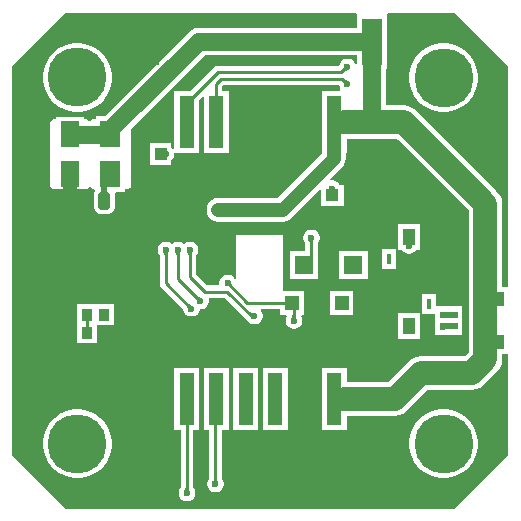
<source format=gbl>
G04*
G04 #@! TF.GenerationSoftware,Altium Limited,Altium Designer,21.9.2 (33)*
G04*
G04 Layer_Physical_Order=2*
G04 Layer_Color=16711680*
%FSLAX25Y25*%
%MOIN*%
G70*
G04*
G04 #@! TF.SameCoordinates,DDE03FFC-3592-4A1C-B560-7E07A9873239*
G04*
G04*
G04 #@! TF.FilePolarity,Positive*
G04*
G01*
G75*
%ADD16R,0.03740X0.04134*%
%ADD47C,0.01000*%
%ADD49C,0.01968*%
%ADD51C,0.01575*%
%ADD52C,0.02362*%
%ADD53C,0.03937*%
%ADD54C,0.03150*%
%ADD55C,0.19685*%
%ADD56R,0.06102X0.02362*%
%ADD57R,0.07087X0.04724*%
%ADD58R,0.06300X0.08500*%
%ADD59R,0.05118X0.17717*%
%ADD60R,0.07087X0.15354*%
%ADD61R,0.06500X0.08600*%
G04:AMPARAMS|DCode=62|XSize=59.06mil|YSize=39.37mil|CornerRadius=9.84mil|HoleSize=0mil|Usage=FLASHONLY|Rotation=90.000|XOffset=0mil|YOffset=0mil|HoleType=Round|Shape=RoundedRectangle|*
%AMROUNDEDRECTD62*
21,1,0.05906,0.01968,0,0,90.0*
21,1,0.03937,0.03937,0,0,90.0*
1,1,0.01968,0.00984,0.01968*
1,1,0.01968,0.00984,-0.01968*
1,1,0.01968,-0.00984,-0.01968*
1,1,0.01968,-0.00984,0.01968*
%
%ADD62ROUNDEDRECTD62*%
%ADD63R,0.03937X0.04331*%
%ADD64R,0.03937X0.05709*%
%ADD65R,0.01575X0.03543*%
%ADD66R,0.04331X0.03937*%
%ADD67R,0.06299X0.05906*%
%ADD68R,0.04700X0.04700*%
%ADD69R,0.07087X0.07087*%
%ADD70R,0.09055X0.09055*%
%ADD71C,0.07874*%
%ADD72C,0.05906*%
%ADD73C,0.04724*%
G36*
X32087Y82217D02*
X32087D01*
Y77531D01*
X-20535D01*
X-21717Y77376D01*
X-22819Y76919D01*
X-23765Y76194D01*
X-23765Y76194D01*
X-51883Y48075D01*
X-54825D01*
Y47306D01*
X-55300D01*
X-55914Y47183D01*
X-56435Y46835D01*
X-56615Y46567D01*
X-57185D01*
X-57265Y46685D01*
X-57785Y47033D01*
X-58400Y47156D01*
X-58775D01*
Y47925D01*
X-68225D01*
Y47156D01*
X-68600D01*
X-69214Y47033D01*
X-69735Y46685D01*
X-70083Y46165D01*
X-70206Y45550D01*
Y25450D01*
X-70083Y24836D01*
X-69735Y24315D01*
X-69214Y23967D01*
X-68600Y23844D01*
X-66850D01*
X-66236Y23967D01*
X-65715Y24315D01*
X-65367Y24836D01*
X-65244Y25450D01*
Y31744D01*
X-61756D01*
Y25450D01*
X-61633Y24836D01*
X-61285Y24315D01*
X-60764Y23967D01*
X-60150Y23844D01*
X-58400D01*
X-57785Y23967D01*
X-57265Y24315D01*
X-57200Y24411D01*
X-56599Y24410D01*
X-56435Y24165D01*
X-55914Y23817D01*
X-55487Y23732D01*
X-55275Y23357D01*
X-55260Y23318D01*
X-55246Y23194D01*
X-55477Y22637D01*
X-55565Y21969D01*
Y18032D01*
X-55477Y17364D01*
X-55219Y16741D01*
X-54809Y16207D01*
X-54274Y15797D01*
X-53652Y15539D01*
X-52984Y15451D01*
X-51015D01*
X-50347Y15539D01*
X-49725Y15797D01*
X-49190Y16207D01*
X-48780Y16741D01*
X-48522Y17364D01*
X-48434Y18032D01*
Y21969D01*
X-48494Y22425D01*
X-48155Y22925D01*
X-45175D01*
Y23694D01*
X-44700D01*
X-44085Y23817D01*
X-43565Y24165D01*
X-43217Y24686D01*
X-43094Y25300D01*
Y43947D01*
X-18644Y68398D01*
X32087D01*
Y65560D01*
X31587Y65495D01*
X31568Y65564D01*
X31205Y66192D01*
X30692Y66705D01*
X30064Y67068D01*
X29363Y67256D01*
X28637D01*
X27936Y67068D01*
X27308Y66705D01*
X26795Y66192D01*
X26432Y65564D01*
X26333Y65193D01*
X26080Y64941D01*
X-14175D01*
X-14984Y64780D01*
X-15671Y64321D01*
X-23366Y56626D01*
X-28740D01*
Y37232D01*
X-29240Y37098D01*
X-29295Y37192D01*
X-29701Y37598D01*
Y39240D01*
X-36787D01*
Y31760D01*
X-29701D01*
Y33402D01*
X-29295Y33808D01*
X-28932Y34436D01*
X-28744Y35137D01*
Y35261D01*
X-28740Y35760D01*
X-20472Y35760D01*
Y53536D01*
X-19360Y54649D01*
X-18898Y54457D01*
Y35760D01*
X-10630D01*
Y56626D01*
X-12648D01*
Y58038D01*
X-12302Y58385D01*
X26312D01*
X26432Y57936D01*
X26500Y57818D01*
Y56626D01*
X20472D01*
Y35760D01*
X20240Y35356D01*
X5737Y20853D01*
X-14000D01*
X-15028Y20718D01*
X-15985Y20321D01*
X-16808Y19690D01*
X-17439Y18867D01*
X-17836Y17910D01*
X-17971Y16882D01*
X-17836Y15854D01*
X-17439Y14896D01*
X-16808Y14074D01*
X-15985Y13443D01*
X-15028Y13046D01*
X-14000Y12911D01*
X7382D01*
X8410Y13046D01*
X9367Y13443D01*
X10190Y14074D01*
X19798Y23682D01*
X20260Y23491D01*
Y18213D01*
X27740D01*
Y25299D01*
X26283D01*
X26056Y25692D01*
X25543Y26205D01*
X24914Y26568D01*
X24213Y26756D01*
X23579D01*
X23426Y26977D01*
X23353Y27238D01*
X27308Y31192D01*
X27939Y32015D01*
X28336Y32972D01*
X28471Y34000D01*
Y35760D01*
X28740D01*
Y40633D01*
X45504D01*
X69441Y16697D01*
Y-12913D01*
Y-27087D01*
Y-30585D01*
X68085Y-31941D01*
X53413D01*
X51974Y-32130D01*
X50634Y-32685D01*
X49482Y-33569D01*
X42418Y-40633D01*
X28740D01*
Y-35760D01*
X20472D01*
Y-56626D01*
X28740D01*
Y-51752D01*
X44721D01*
X46159Y-51563D01*
X47500Y-51007D01*
X48651Y-50124D01*
X55716Y-43059D01*
X70388D01*
X71826Y-42870D01*
X73167Y-42315D01*
X74319Y-41431D01*
X78931Y-36819D01*
X79815Y-35667D01*
X80370Y-34326D01*
X80559Y-32888D01*
Y-31024D01*
X82677D01*
Y-64823D01*
X64823Y-82677D01*
X-64823D01*
X-82677Y-64823D01*
Y64823D01*
X-64823Y82677D01*
X31992D01*
X32087Y82217D01*
D02*
G37*
G36*
X28728Y63351D02*
X28641Y63366D01*
X28553Y63370D01*
X28466Y63363D01*
X28378Y63346D01*
X28291Y63318D01*
X28203Y63278D01*
X28115Y63228D01*
X28027Y63167D01*
X27939Y63095D01*
X27850Y63012D01*
X27322Y63898D01*
X27405Y63984D01*
X27551Y64156D01*
X27614Y64242D01*
X27670Y64327D01*
X27718Y64412D01*
X27760Y64497D01*
X27796Y64581D01*
X27824Y64665D01*
X27845Y64749D01*
X28728Y63351D01*
D02*
G37*
G36*
X28001Y60444D02*
X28089Y60372D01*
X28178Y60309D01*
X28266Y60258D01*
X28355Y60216D01*
X28444Y60185D01*
X28532Y60164D01*
X28621Y60154D01*
X28710Y60154D01*
X28800Y60164D01*
X27832Y58823D01*
X27815Y58910D01*
X27791Y58998D01*
X27760Y59085D01*
X27721Y59172D01*
X27674Y59259D01*
X27621Y59346D01*
X27560Y59433D01*
X27492Y59519D01*
X27333Y59693D01*
X27913Y60527D01*
X28001Y60444D01*
D02*
G37*
G36*
X82677Y64823D02*
Y-8976D01*
X80559D01*
Y19000D01*
X80370Y20439D01*
X79815Y21780D01*
X78931Y22931D01*
X51738Y50124D01*
X50587Y51007D01*
X49246Y51563D01*
X47807Y51752D01*
X41771D01*
Y63713D01*
X42323D01*
Y82217D01*
X42323D01*
X42418Y82677D01*
X64823D01*
X82677Y64823D01*
D02*
G37*
%LPC*%
G36*
X-60101Y72441D02*
X-61899D01*
X-63674Y72160D01*
X-65383Y71605D01*
X-66984Y70789D01*
X-68438Y69732D01*
X-69709Y68462D01*
X-70765Y67008D01*
X-71581Y65406D01*
X-72136Y63697D01*
X-72417Y61922D01*
Y60125D01*
X-72136Y58350D01*
X-71581Y56641D01*
X-70765Y55040D01*
X-69709Y53586D01*
X-68438Y52315D01*
X-66984Y51259D01*
X-65383Y50443D01*
X-63674Y49887D01*
X-61899Y49606D01*
X-60101D01*
X-58326Y49887D01*
X-56617Y50443D01*
X-55016Y51259D01*
X-53562Y52315D01*
X-52291Y53586D01*
X-51235Y55040D01*
X-50419Y56641D01*
X-49864Y58350D01*
X-49583Y60125D01*
Y61922D01*
X-49864Y63697D01*
X-50419Y65406D01*
X-51235Y67008D01*
X-52291Y68462D01*
X-53562Y69732D01*
X-55016Y70789D01*
X-56617Y71605D01*
X-58326Y72160D01*
X-60101Y72441D01*
D02*
G37*
G36*
X53043Y12291D02*
X45957D01*
Y3433D01*
X47222D01*
X47295Y3308D01*
X47808Y2795D01*
X48436Y2432D01*
X49137Y2244D01*
X49863D01*
X50564Y2432D01*
X51192Y2795D01*
X51705Y3308D01*
X51778Y3433D01*
X53043D01*
Y12291D01*
D02*
G37*
G36*
X45169Y3827D02*
X40445D01*
Y-2866D01*
X45169D01*
Y3827D01*
D02*
G37*
G36*
X35724Y3028D02*
X26276D01*
Y-6028D01*
X35724D01*
Y3028D01*
D02*
G37*
G36*
X17363Y10256D02*
X16637D01*
X15936Y10068D01*
X15308Y9705D01*
X14795Y9192D01*
X14432Y8564D01*
X14244Y7863D01*
Y7137D01*
X14432Y6436D01*
X14795Y5808D01*
X14885Y5718D01*
Y3028D01*
X9776D01*
Y-6028D01*
X19224D01*
Y3028D01*
X19116D01*
Y5718D01*
X19205Y5808D01*
X19568Y6436D01*
X19756Y7137D01*
Y7863D01*
X19568Y8564D01*
X19205Y9192D01*
X18692Y9705D01*
X18064Y10068D01*
X17363Y10256D01*
D02*
G37*
G36*
X7500Y8500D02*
X-8000D01*
Y-6042D01*
X-8500Y-6176D01*
X-8743Y-5756D01*
X-9256Y-5243D01*
X-9884Y-4880D01*
X-10585Y-4692D01*
X-11311D01*
X-12011Y-4880D01*
X-12640Y-5243D01*
X-13153Y-5756D01*
X-13516Y-6384D01*
X-13704Y-7085D01*
Y-7811D01*
X-13679Y-7901D01*
X-13984Y-8298D01*
X-17711D01*
X-21384Y-4624D01*
Y1718D01*
X-21295Y1808D01*
X-20932Y2436D01*
X-20744Y3137D01*
Y3863D01*
X-20932Y4564D01*
X-21295Y5192D01*
X-21808Y5705D01*
X-22436Y6068D01*
X-23137Y6256D01*
X-23863D01*
X-24564Y6068D01*
X-25192Y5705D01*
X-25500Y5397D01*
X-25808Y5705D01*
X-26436Y6068D01*
X-27137Y6256D01*
X-27863D01*
X-28564Y6068D01*
X-29192Y5705D01*
X-29500Y5397D01*
X-29808Y5705D01*
X-30436Y6068D01*
X-31137Y6256D01*
X-31863D01*
X-32564Y6068D01*
X-33192Y5705D01*
X-33705Y5192D01*
X-34068Y4564D01*
X-34256Y3863D01*
Y3137D01*
X-34068Y2436D01*
X-33705Y1808D01*
X-33615Y1718D01*
Y-7500D01*
X-33454Y-8309D01*
X-32996Y-8996D01*
X-25756Y-16236D01*
Y-16363D01*
X-25568Y-17064D01*
X-25205Y-17692D01*
X-24692Y-18205D01*
X-24064Y-18568D01*
X-23363Y-18756D01*
X-22637D01*
X-21936Y-18568D01*
X-21308Y-18205D01*
X-20795Y-17692D01*
X-20432Y-17064D01*
X-20244Y-16363D01*
Y-16256D01*
X-19637D01*
X-18936Y-16068D01*
X-18308Y-15705D01*
X-17795Y-15192D01*
X-17432Y-14564D01*
X-17244Y-13863D01*
Y-13137D01*
X-17301Y-12925D01*
X-16996Y-12528D01*
X-11963D01*
X-4756Y-19735D01*
X-4289Y-20048D01*
X-4205Y-20192D01*
X-3692Y-20705D01*
X-3064Y-21068D01*
X-2363Y-21256D01*
X-1637D01*
X-936Y-21068D01*
X-308Y-20705D01*
X205Y-20192D01*
X568Y-19564D01*
X756Y-18863D01*
Y-18137D01*
X568Y-17436D01*
X205Y-16808D01*
X88Y-16691D01*
X295Y-16191D01*
X6638D01*
Y-18000D01*
X8568D01*
X8593Y-18021D01*
X8830Y-18500D01*
X8578Y-18936D01*
X8390Y-19637D01*
Y-20363D01*
X8578Y-21064D01*
X8940Y-21692D01*
X9454Y-22205D01*
X10082Y-22568D01*
X10783Y-22756D01*
X11508D01*
X12209Y-22568D01*
X12838Y-22205D01*
X13351Y-21692D01*
X13714Y-21064D01*
X13902Y-20363D01*
Y-19637D01*
X13714Y-18936D01*
X13462Y-18500D01*
X13698Y-18021D01*
X13723Y-18000D01*
X14487D01*
Y-10150D01*
X7500D01*
Y8500D01*
D02*
G37*
G36*
X30987Y-10150D02*
X23138D01*
Y-18000D01*
X30987D01*
Y-10150D01*
D02*
G37*
G36*
X58555Y-11134D02*
X53831D01*
Y-17827D01*
X58098D01*
Y-20787D01*
Y-24724D01*
X60520D01*
X60637Y-24756D01*
X61363D01*
X61480Y-24724D01*
X67350D01*
Y-20787D01*
Y-15276D01*
X61480D01*
X61363Y-15244D01*
X60637D01*
X60520Y-15276D01*
X58555D01*
Y-11134D01*
D02*
G37*
G36*
X53043Y-17433D02*
X45957D01*
Y-26291D01*
X53043D01*
Y-17433D01*
D02*
G37*
G36*
X-48701Y-14358D02*
X-61299D01*
Y-21642D01*
Y-27642D01*
X-54409D01*
Y-21642D01*
X-48701D01*
Y-14358D01*
D02*
G37*
G36*
X9055Y-35760D02*
X787D01*
Y-56626D01*
X9055D01*
Y-35760D01*
D02*
G37*
G36*
X-787D02*
X-9055D01*
Y-56626D01*
X-787D01*
Y-35760D01*
D02*
G37*
G36*
X61922Y-49583D02*
X60125D01*
X58350Y-49864D01*
X56641Y-50419D01*
X55040Y-51235D01*
X53586Y-52291D01*
X52315Y-53562D01*
X51259Y-55016D01*
X50443Y-56617D01*
X49887Y-58326D01*
X49606Y-60101D01*
Y-61899D01*
X49887Y-63674D01*
X50443Y-65383D01*
X51259Y-66984D01*
X52315Y-68438D01*
X53586Y-69709D01*
X55040Y-70765D01*
X56641Y-71581D01*
X58350Y-72136D01*
X60125Y-72417D01*
X61922D01*
X63697Y-72136D01*
X65406Y-71581D01*
X67008Y-70765D01*
X68462Y-69709D01*
X69732Y-68438D01*
X70789Y-66984D01*
X71605Y-65383D01*
X72160Y-63674D01*
X72441Y-61899D01*
Y-60101D01*
X72160Y-58326D01*
X71605Y-56617D01*
X70789Y-55016D01*
X69732Y-53562D01*
X68462Y-52291D01*
X67008Y-51235D01*
X65406Y-50419D01*
X63697Y-49864D01*
X61922Y-49583D01*
D02*
G37*
G36*
X-60101Y-49606D02*
X-61899D01*
X-63674Y-49887D01*
X-65383Y-50443D01*
X-66984Y-51259D01*
X-68438Y-52315D01*
X-69709Y-53586D01*
X-70765Y-55040D01*
X-71581Y-56641D01*
X-72136Y-58350D01*
X-72417Y-60125D01*
Y-61922D01*
X-72136Y-63697D01*
X-71581Y-65406D01*
X-70765Y-67008D01*
X-69709Y-68462D01*
X-68438Y-69732D01*
X-66984Y-70789D01*
X-65383Y-71605D01*
X-63674Y-72160D01*
X-61899Y-72441D01*
X-60101D01*
X-58326Y-72160D01*
X-56617Y-71605D01*
X-55016Y-70789D01*
X-53562Y-69732D01*
X-52291Y-68462D01*
X-51235Y-67008D01*
X-50419Y-65406D01*
X-49864Y-63697D01*
X-49583Y-61922D01*
Y-60125D01*
X-49864Y-58350D01*
X-50419Y-56641D01*
X-51235Y-55040D01*
X-52291Y-53586D01*
X-53562Y-52315D01*
X-55016Y-51259D01*
X-56617Y-50443D01*
X-58326Y-49887D01*
X-60101Y-49606D01*
D02*
G37*
G36*
X-10630Y-35760D02*
X-18898D01*
Y-56626D01*
X-17116D01*
Y-72718D01*
X-17205Y-72808D01*
X-17568Y-73436D01*
X-17756Y-74137D01*
Y-74863D01*
X-17568Y-75564D01*
X-17205Y-76192D01*
X-16692Y-76705D01*
X-16064Y-77068D01*
X-15363Y-77256D01*
X-14637D01*
X-13936Y-77068D01*
X-13308Y-76705D01*
X-12795Y-76192D01*
X-12432Y-75564D01*
X-12244Y-74863D01*
Y-74137D01*
X-12432Y-73436D01*
X-12795Y-72808D01*
X-12885Y-72718D01*
Y-56626D01*
X-10630D01*
Y-35760D01*
D02*
G37*
G36*
X-20472D02*
X-28740D01*
Y-56626D01*
X-26615D01*
Y-75718D01*
X-26705Y-75808D01*
X-27068Y-76436D01*
X-27256Y-77137D01*
Y-77863D01*
X-27068Y-78564D01*
X-26705Y-79192D01*
X-26192Y-79705D01*
X-25564Y-80068D01*
X-24863Y-80256D01*
X-24137D01*
X-23436Y-80068D01*
X-22808Y-79705D01*
X-22295Y-79192D01*
X-21932Y-78564D01*
X-21744Y-77863D01*
Y-77137D01*
X-21932Y-76436D01*
X-22295Y-75808D01*
X-22385Y-75718D01*
Y-56626D01*
X-20472D01*
Y-35760D01*
D02*
G37*
%LPD*%
G36*
X17765Y6589D02*
X17709Y6517D01*
X17660Y6438D01*
X17618Y6353D01*
X17582Y6263D01*
X17552Y6166D01*
X17529Y6064D01*
X17513Y5956D01*
X17503Y5841D01*
X17500Y5721D01*
X16500D01*
X16497Y5841D01*
X16487Y5956D01*
X16471Y6064D01*
X16448Y6166D01*
X16418Y6263D01*
X16382Y6353D01*
X16340Y6438D01*
X16291Y6517D01*
X16235Y6589D01*
X16173Y6656D01*
X17827D01*
X17765Y6589D01*
D02*
G37*
G36*
X-22735Y2589D02*
X-22791Y2517D01*
X-22840Y2438D01*
X-22882Y2353D01*
X-22918Y2263D01*
X-22948Y2166D01*
X-22971Y2064D01*
X-22987Y1956D01*
X-22997Y1841D01*
X-23000Y1721D01*
X-24000D01*
X-24003Y1841D01*
X-24013Y1956D01*
X-24029Y2064D01*
X-24052Y2166D01*
X-24082Y2263D01*
X-24118Y2353D01*
X-24160Y2438D01*
X-24209Y2517D01*
X-24265Y2589D01*
X-24327Y2657D01*
X-22673D01*
X-22735Y2589D01*
D02*
G37*
G36*
X-26735D02*
X-26791Y2517D01*
X-26840Y2438D01*
X-26882Y2353D01*
X-26918Y2263D01*
X-26948Y2166D01*
X-26971Y2064D01*
X-26987Y1956D01*
X-26997Y1841D01*
X-27000Y1721D01*
X-28000D01*
X-28003Y1841D01*
X-28013Y1956D01*
X-28029Y2064D01*
X-28052Y2166D01*
X-28082Y2263D01*
X-28118Y2353D01*
X-28160Y2438D01*
X-28209Y2517D01*
X-28265Y2589D01*
X-28327Y2657D01*
X-26673D01*
X-26735Y2589D01*
D02*
G37*
G36*
X-30735D02*
X-30791Y2517D01*
X-30840Y2438D01*
X-30882Y2353D01*
X-30918Y2263D01*
X-30948Y2166D01*
X-30971Y2064D01*
X-30987Y1956D01*
X-30997Y1841D01*
X-31000Y1721D01*
X-32000D01*
X-32003Y1841D01*
X-32013Y1956D01*
X-32029Y2064D01*
X-32052Y2166D01*
X-32082Y2263D01*
X-32118Y2353D01*
X-32160Y2438D01*
X-32209Y2517D01*
X-32265Y2589D01*
X-32327Y2657D01*
X-30673D01*
X-30735Y2589D01*
D02*
G37*
G36*
X-20817Y-11971D02*
X-20729Y-12045D01*
X-20641Y-12110D01*
X-20553Y-12166D01*
X-20464Y-12214D01*
X-20374Y-12252D01*
X-20284Y-12282D01*
X-20194Y-12303D01*
X-20103Y-12315D01*
X-20012Y-12319D01*
X-21181Y-13488D01*
X-21184Y-13397D01*
X-21197Y-13306D01*
X-21218Y-13216D01*
X-21248Y-13126D01*
X-21286Y-13036D01*
X-21334Y-12947D01*
X-21390Y-12859D01*
X-21455Y-12771D01*
X-21529Y-12683D01*
X-21611Y-12596D01*
X-20904Y-11889D01*
X-20817Y-11971D01*
D02*
G37*
G36*
X-23817Y-14471D02*
X-23729Y-14545D01*
X-23641Y-14610D01*
X-23553Y-14666D01*
X-23464Y-14714D01*
X-23374Y-14752D01*
X-23284Y-14782D01*
X-23194Y-14803D01*
X-23103Y-14816D01*
X-23012Y-14819D01*
X-24181Y-15988D01*
X-24184Y-15897D01*
X-24197Y-15806D01*
X-24218Y-15716D01*
X-24248Y-15626D01*
X-24286Y-15536D01*
X-24334Y-15447D01*
X-24390Y-15359D01*
X-24455Y-15271D01*
X-24529Y-15183D01*
X-24611Y-15096D01*
X-23904Y-14389D01*
X-23817Y-14471D01*
D02*
G37*
G36*
X11649Y-18341D02*
X11659Y-18455D01*
X11675Y-18564D01*
X11698Y-18666D01*
X11727Y-18763D01*
X11763Y-18853D01*
X11806Y-18938D01*
X11855Y-19017D01*
X11910Y-19090D01*
X11972Y-19157D01*
X10319D01*
X10381Y-19090D01*
X10436Y-19017D01*
X10486Y-18938D01*
X10528Y-18853D01*
X10564Y-18763D01*
X10593Y-18666D01*
X10616Y-18564D01*
X10633Y-18455D01*
X10642Y-18341D01*
X10646Y-18221D01*
X11646D01*
X11649Y-18341D01*
D02*
G37*
G36*
X-14497Y-72841D02*
X-14487Y-72956D01*
X-14471Y-73064D01*
X-14448Y-73166D01*
X-14418Y-73263D01*
X-14382Y-73353D01*
X-14340Y-73438D01*
X-14291Y-73517D01*
X-14235Y-73589D01*
X-14173Y-73656D01*
X-15827D01*
X-15765Y-73589D01*
X-15709Y-73517D01*
X-15660Y-73438D01*
X-15618Y-73353D01*
X-15582Y-73263D01*
X-15552Y-73166D01*
X-15529Y-73064D01*
X-15513Y-72956D01*
X-15503Y-72841D01*
X-15500Y-72721D01*
X-14500D01*
X-14497Y-72841D01*
D02*
G37*
G36*
X-23997Y-75841D02*
X-23987Y-75955D01*
X-23971Y-76064D01*
X-23948Y-76166D01*
X-23918Y-76263D01*
X-23882Y-76353D01*
X-23840Y-76438D01*
X-23791Y-76517D01*
X-23735Y-76590D01*
X-23673Y-76657D01*
X-25327D01*
X-25265Y-76590D01*
X-25209Y-76517D01*
X-25160Y-76438D01*
X-25118Y-76353D01*
X-25082Y-76263D01*
X-25052Y-76166D01*
X-25029Y-76064D01*
X-25013Y-75955D01*
X-25003Y-75841D01*
X-25000Y-75721D01*
X-24000D01*
X-23997Y-75841D01*
D02*
G37*
%LPC*%
G36*
X61922Y72417D02*
X60125D01*
X58350Y72136D01*
X56641Y71581D01*
X55040Y70765D01*
X53586Y69709D01*
X52315Y68438D01*
X51259Y66984D01*
X50443Y65383D01*
X49887Y63674D01*
X49606Y61899D01*
Y60101D01*
X49887Y58326D01*
X50443Y56617D01*
X51259Y55016D01*
X52315Y53562D01*
X53586Y52291D01*
X55040Y51235D01*
X56641Y50419D01*
X58350Y49864D01*
X60125Y49583D01*
X61922D01*
X63697Y49864D01*
X65406Y50419D01*
X67008Y51235D01*
X68462Y52291D01*
X69732Y53562D01*
X70789Y55016D01*
X71605Y56617D01*
X72160Y58326D01*
X72441Y60101D01*
Y61899D01*
X72160Y63674D01*
X71605Y65383D01*
X70789Y66984D01*
X69732Y68438D01*
X68462Y69709D01*
X67008Y70765D01*
X65406Y71581D01*
X63697Y72136D01*
X61922Y72417D01*
D02*
G37*
%LPD*%
D16*
X-57854Y-24000D02*
D03*
X-52146D02*
D03*
X-57854Y-18000D02*
D03*
X-52146D02*
D03*
D47*
X-57854Y-24000D02*
Y-18000D01*
X-52000Y26800D02*
X-50000Y28800D01*
X-18587Y-10413D02*
X-11087D01*
X-2261Y-18239D02*
X-2000Y-18500D01*
X-3261Y-18239D02*
X-2261D01*
X-11087Y-10413D02*
X-3261Y-18239D01*
X-10948Y-7552D02*
X-4425Y-14075D01*
X-10948Y-7552D02*
Y-7448D01*
X-4425Y-14075D02*
X10563D01*
X11563D01*
X-23500Y-5500D02*
X-18587Y-10413D01*
X-23500Y-5500D02*
Y3500D01*
X-27500Y-6000D02*
X-20000Y-13500D01*
X-27500Y-6000D02*
Y3500D01*
X-31500Y-7500D02*
X-23000Y-16000D01*
X-31500Y-7500D02*
Y3500D01*
X15563Y-1200D02*
X17000Y237D01*
Y7500D01*
X11146Y-20000D02*
Y-14492D01*
X11563Y-14075D01*
X-15000Y-74500D02*
Y-46429D01*
X-24500Y-77500D02*
Y-46299D01*
X-14175Y62825D02*
X26956D01*
X-24606Y52492D02*
X-22547Y54551D01*
X-22449D01*
X-14175Y62825D01*
X-24606Y46193D02*
Y52492D01*
X28631Y64500D02*
X29000D01*
X26956Y62825D02*
X28631Y64500D01*
X35169Y75000D02*
X37205Y72965D01*
Y47488D02*
X38500Y46193D01*
X-14764Y58914D02*
X-13178Y60500D01*
X27233D01*
X28733Y59000D01*
X29000D01*
X-14764Y46193D02*
Y58914D01*
X-15000Y-46429D02*
X-14764Y-46193D01*
X-24606D02*
X-24500Y-46299D01*
D49*
X-52000Y20000D02*
Y26800D01*
D51*
X-51217Y-6216D02*
D03*
X-55783D02*
D03*
Y-10784D02*
D03*
X-51217D02*
D03*
X-53500Y-8500D02*
D03*
D52*
X-52146Y-18000D02*
D03*
X-30500Y-18646D02*
D03*
X-36354Y-57000D02*
D03*
X61000Y-22000D02*
D03*
Y-18000D02*
D03*
X-38500Y33500D02*
D03*
X-23500Y3500D02*
D03*
X-31500Y35500D02*
D03*
X-27500Y3500D02*
D03*
X-31500D02*
D03*
X-10948Y-7448D02*
D03*
X49500Y5000D02*
D03*
Y-21862D02*
D03*
X31000Y-1500D02*
D03*
X15000Y-42354D02*
D03*
X39500Y-14000D02*
D03*
X17000Y7500D02*
D03*
X28146Y-14000D02*
D03*
X11146Y-20000D02*
D03*
X33854Y-14000D02*
D03*
X16854Y-20000D02*
D03*
X8354Y-64500D02*
D03*
Y-58500D02*
D03*
X-36500Y-51370D02*
D03*
X-18000Y-1646D02*
D03*
X-23000Y-16000D02*
D03*
X-15000Y-74500D02*
D03*
X-24500Y-77500D02*
D03*
X-5134Y-62489D02*
D03*
X29000Y64500D02*
D03*
Y59000D02*
D03*
X23850Y24000D02*
D03*
X-55783Y-10784D02*
D03*
X-51217D02*
D03*
Y-6216D02*
D03*
X-53500Y-8500D02*
D03*
X-55783Y-6216D02*
D03*
X31500Y23500D02*
D03*
X34500D02*
D03*
X37500D02*
D03*
Y26500D02*
D03*
Y29500D02*
D03*
X34500D02*
D03*
X31500D02*
D03*
Y26500D02*
D03*
X-23000Y27500D02*
D03*
X-26000D02*
D03*
X-29000D02*
D03*
Y21500D02*
D03*
X-26000D02*
D03*
X-23000D02*
D03*
Y24500D02*
D03*
X-29000D02*
D03*
X-64146Y3000D02*
D03*
Y9500D02*
D03*
X-69854Y-3500D02*
D03*
X47000Y19000D02*
D03*
X43500D02*
D03*
X9500Y7500D02*
D03*
X12500D02*
D03*
X-2000Y-18500D02*
D03*
X-20000Y-13500D02*
D03*
X-22858Y-19541D02*
D03*
X34500Y26500D02*
D03*
X-26000Y24500D02*
D03*
X-51744Y9500D02*
D03*
X-69756Y16000D02*
D03*
X-57354Y3000D02*
D03*
D53*
X-49500Y28500D02*
D03*
D54*
X-52000Y14000D02*
D03*
X-14000Y16882D02*
D03*
X24500Y34000D02*
D03*
D55*
X-61000Y61024D02*
D03*
X61024Y-61000D02*
D03*
X-61000Y-61024D02*
D03*
X61024Y61000D02*
D03*
D56*
X62724Y-18032D02*
D03*
Y-21969D02*
D03*
D57*
X77980Y-12913D02*
D03*
Y-27087D02*
D03*
D58*
X-63500Y42100D02*
D03*
Y28900D02*
D03*
D59*
X-24606Y46193D02*
D03*
X-14764D02*
D03*
X24606D02*
D03*
X14764D02*
D03*
X4921D02*
D03*
X-4921D02*
D03*
X24606Y-46193D02*
D03*
X14764D02*
D03*
X4921D02*
D03*
X-4921D02*
D03*
X-14764D02*
D03*
X-24606D02*
D03*
D60*
X37205Y72965D02*
D03*
X-37205D02*
D03*
X37205Y-72965D02*
D03*
X-37205D02*
D03*
D61*
X-50000Y42200D02*
D03*
Y28800D02*
D03*
D62*
X-52000Y20000D02*
D03*
X-62000Y20000D02*
D03*
D63*
X-38756Y35500D02*
D03*
X-33244D02*
D03*
D64*
X49500Y-21862D02*
D03*
Y7862D02*
D03*
D65*
X56193Y-14480D02*
D03*
X42807Y480D02*
D03*
D66*
X24000Y21756D02*
D03*
Y16244D02*
D03*
D67*
X31000Y-1500D02*
D03*
X14500D02*
D03*
D68*
X34938Y-14075D02*
D03*
X27062D02*
D03*
X18438D02*
D03*
X10563D02*
D03*
D69*
X-53500Y-8500D02*
D03*
D70*
X-26000Y24500D02*
D03*
X34500Y26500D02*
D03*
D71*
X75000Y-27087D02*
Y-12913D01*
X38500Y46193D02*
X47807D01*
X75000Y-12913D02*
Y19000D01*
Y-32888D02*
Y-27087D01*
X47807Y46193D02*
X75000Y19000D01*
X70388Y-37500D02*
X75000Y-32888D01*
X53413Y-37500D02*
X70388D01*
X44721Y-46193D02*
X53413Y-37500D01*
X27807Y-46193D02*
X44721D01*
X27693Y46193D02*
X38500D01*
D72*
X-62478Y42000D02*
X-52000D01*
X-50000Y42200D02*
Y43500D01*
X-20535Y72965D01*
X37205D01*
Y47488D02*
Y72591D01*
D73*
X-14000Y16882D02*
X7382D01*
X24500Y34000D01*
Y46087D01*
M02*

</source>
